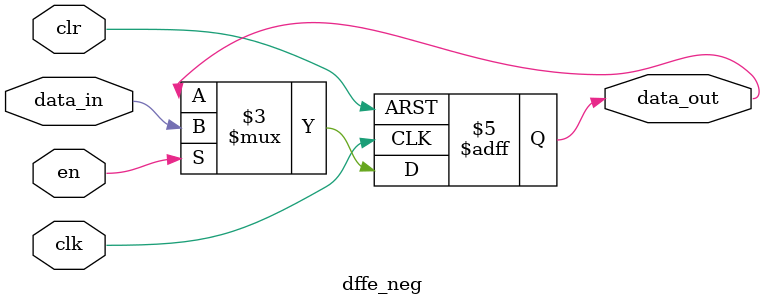
<source format=v>

module dffe_neg(
    // CONTROL SIGNALS
    clk,
    en,
    clr,

    // DFFE I/O
    data_in,
    data_out
);
   
    // CONTROL SIGNALS
    input clk, en, clr;
    wire clr;
   
    // DFFE I/O
    input data_in;
    output data_out;

    reg data_out;

    /*  --- NEGEDGE WRITE DFFE IMPLEMENTATION -----------------------------  */
    // Intialize data_out to 0
    initial
    begin
        data_out = 1'b0;
    end

    // Set value of data_out on positive edge of the clock or clear
    always @(negedge clk or posedge clr) begin
        // If clear is high, set data_out to 0
        if (clr) begin
            data_out <= 1'b0;
        // If enable is high, set data_out to the value of data_in
        end else if (en) begin
            data_out <= data_in;
        end
    end
    
endmodule
</source>
